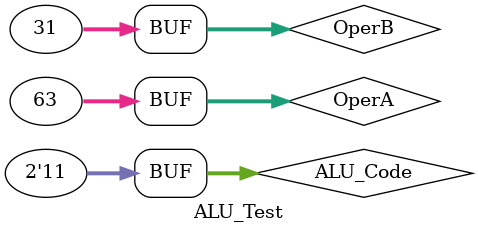
<source format=v>
`timescale 1ns / 1ps


module ALU_Test;

	// Inputs
	reg [31:0] OperA;
	reg [31:0] OperB;
	reg [1:0] ALU_Code;

	// Outputs
	wire [31:0] Result;
	wire Zero;
	wire Negative;
	wire Carry;
	wire Overflow;

	// Instantiate the Unit Under Test (UUT)
	ALU uut (
		.OperA(OperA), 
		.OperB(OperB), 
		.ALU_Code(ALU_Code), 
		.Result(Result), 
		.Zero(Zero), 
		.Negative(Negative), 
		.Carry(Carry), 
		.Overflow(Overflow)
	);

	initial begin
		// Initialize Inputs
		OperA = 255;
		OperB = 255;
		ALU_Code = 0;

		#100;
		
		OperA = 251;
		OperB = 252;
		ALU_Code = 1;

		#100;
		
		OperA = 15;
		OperB = 0;
		ALU_Code = 2;

		#100;
		
		OperA = 63;
		OperB = 31;
		ALU_Code = 3;
        
		// Add stimulus here

	end
      
endmodule


</source>
